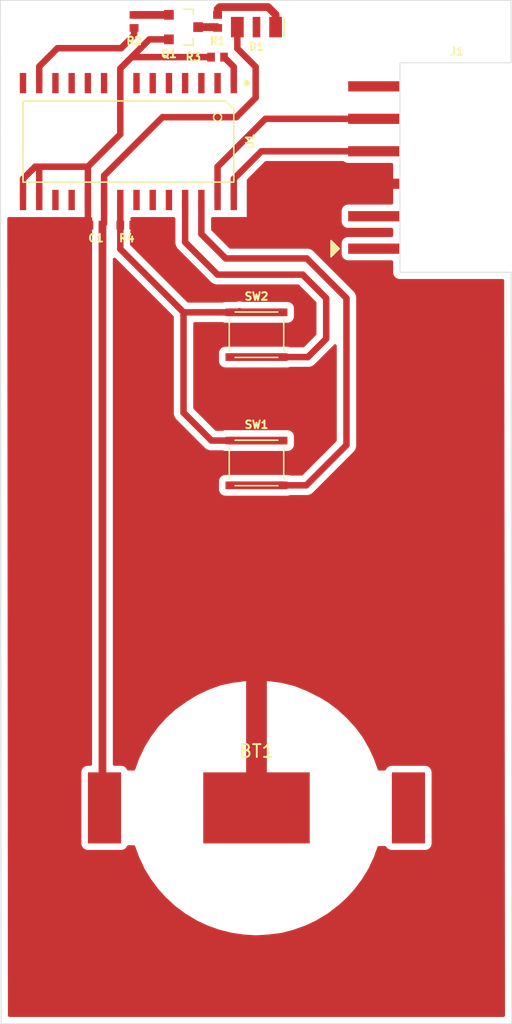
<source format=kicad_pcb>
(kicad_pcb (version 20171130) (host pcbnew "(5.1.8)-1")

  (general
    (thickness 1.6)
    (drawings 12)
    (tracks 77)
    (zones 0)
    (modules 12)
    (nets 30)
  )

  (page A4)
  (layers
    (0 F.Cu signal)
    (31 B.Cu signal)
    (32 B.Adhes user)
    (33 F.Adhes user)
    (34 B.Paste user)
    (35 F.Paste user)
    (36 B.SilkS user)
    (37 F.SilkS user)
    (38 B.Mask user)
    (39 F.Mask user)
    (40 Dwgs.User user)
    (41 Cmts.User user)
    (42 Eco1.User user)
    (43 Eco2.User user)
    (44 Edge.Cuts user)
    (45 Margin user)
    (46 B.CrtYd user)
    (47 F.CrtYd user)
    (48 B.Fab user hide)
    (49 F.Fab user hide)
  )

  (setup
    (last_trace_width 0.508)
    (user_trace_width 0.3048)
    (user_trace_width 0.4064)
    (user_trace_width 0.508)
    (user_trace_width 0.6096)
    (user_trace_width 0.8128)
    (trace_clearance 0.2)
    (zone_clearance 0.508)
    (zone_45_only no)
    (trace_min 0.2)
    (via_size 0.8)
    (via_drill 0.4)
    (via_min_size 0.4)
    (via_min_drill 0.3)
    (uvia_size 0.3)
    (uvia_drill 0.1)
    (uvias_allowed no)
    (uvia_min_size 0.2)
    (uvia_min_drill 0.1)
    (edge_width 0.05)
    (segment_width 0.2)
    (pcb_text_width 0.3)
    (pcb_text_size 1.5 1.5)
    (mod_edge_width 0.12)
    (mod_text_size 1 1)
    (mod_text_width 0.15)
    (pad_size 1.524 1.524)
    (pad_drill 0.762)
    (pad_to_mask_clearance 0)
    (aux_axis_origin 0 0)
    (visible_elements 7FFFFFFF)
    (pcbplotparams
      (layerselection 0x010fc_ffffffff)
      (usegerberextensions false)
      (usegerberattributes true)
      (usegerberadvancedattributes true)
      (creategerberjobfile true)
      (excludeedgelayer true)
      (linewidth 0.100000)
      (plotframeref false)
      (viasonmask false)
      (mode 1)
      (useauxorigin false)
      (hpglpennumber 1)
      (hpglpenspeed 20)
      (hpglpendiameter 15.000000)
      (psnegative false)
      (psa4output false)
      (plotreference true)
      (plotvalue true)
      (plotinvisibletext false)
      (padsonsilk false)
      (subtractmaskfromsilk false)
      (outputformat 4)
      (mirror false)
      (drillshape 0)
      (scaleselection 1)
      (outputdirectory ""))
  )

  (net 0 "")
  (net 1 "Net-(U1-Pad14)")
  (net 2 "Net-(U1-Pad12)")
  (net 3 "Net-(U1-Pad17)")
  (net 4 "Net-(U1-Pad11)")
  (net 5 "Net-(U1-Pad18)")
  (net 6 "Net-(U1-Pad10)")
  (net 7 GND)
  (net 8 "Net-(U1-Pad9)")
  (net 9 "Net-(U1-Pad7)")
  (net 10 "Net-(U1-Pad22)")
  (net 11 "Net-(U1-Pad6)")
  (net 12 "Net-(U1-Pad23)")
  (net 13 "Net-(U1-Pad5)")
  (net 14 "Net-(U1-Pad24)")
  (net 15 "Net-(U1-Pad4)")
  (net 16 "Net-(U1-Pad3)")
  (net 17 "Net-(D1-Pad1)")
  (net 18 "Net-(Q1-Pad3)")
  (net 19 "Net-(Q1-Pad1)")
  (net 20 "Net-(R2-Pad2)")
  (net 21 +3V)
  (net 22 /SW_ROW_1)
  (net 23 /SW_COL_0)
  (net 24 /SW_ROW_0)
  (net 25 "Net-(J1-Pad1)")
  (net 26 /MCLR)
  (net 27 /PGC)
  (net 28 /PGD)
  (net 29 "Net-(U1-Pad2)")

  (net_class Default "This is the default net class."
    (clearance 0.2)
    (trace_width 0.25)
    (via_dia 0.8)
    (via_drill 0.4)
    (uvia_dia 0.3)
    (uvia_drill 0.1)
    (add_net +3V)
    (add_net /MCLR)
    (add_net /PGC)
    (add_net /PGD)
    (add_net /SW_COL_0)
    (add_net /SW_ROW_0)
    (add_net /SW_ROW_1)
    (add_net GND)
    (add_net "Net-(D1-Pad1)")
    (add_net "Net-(J1-Pad1)")
    (add_net "Net-(Q1-Pad1)")
    (add_net "Net-(Q1-Pad3)")
    (add_net "Net-(R2-Pad2)")
    (add_net "Net-(U1-Pad10)")
    (add_net "Net-(U1-Pad11)")
    (add_net "Net-(U1-Pad12)")
    (add_net "Net-(U1-Pad14)")
    (add_net "Net-(U1-Pad17)")
    (add_net "Net-(U1-Pad18)")
    (add_net "Net-(U1-Pad2)")
    (add_net "Net-(U1-Pad22)")
    (add_net "Net-(U1-Pad23)")
    (add_net "Net-(U1-Pad24)")
    (add_net "Net-(U1-Pad3)")
    (add_net "Net-(U1-Pad4)")
    (add_net "Net-(U1-Pad5)")
    (add_net "Net-(U1-Pad6)")
    (add_net "Net-(U1-Pad7)")
    (add_net "Net-(U1-Pad9)")
  )

  (module Resistor:R_0402_1005Metric (layer F.Cu) (tedit 5FE2257E) (tstamp 60698941)
    (at 147.32 60.96 180)
    (path /606960CD)
    (fp_text reference R3 (at 1.905 0) (layer F.SilkS)
      (effects (font (size 0.6 0.6) (thickness 0.15)))
    )
    (fp_text value CRGCQ0402F10K (at 0 1.524) (layer F.Fab)
      (effects (font (size 1 1) (thickness 0.15)))
    )
    (fp_line (start 0.889 0.381) (end 0.889 -0.381) (layer F.CrtYd) (width 0.12))
    (fp_line (start 0.889 -0.381) (end -0.889 -0.381) (layer F.CrtYd) (width 0.12))
    (fp_line (start -0.889 -0.381) (end -0.889 0.381) (layer F.CrtYd) (width 0.12))
    (fp_line (start -0.889 0.381) (end 0.889 0.381) (layer F.CrtYd) (width 0.12))
    (pad 2 smd rect (at 0.508 0 180) (size 0.6 0.7) (layers F.Cu F.Paste F.Mask)
      (net 7 GND))
    (pad 1 smd rect (at -0.508 0 180) (size 0.6 0.7) (layers F.Cu F.Paste F.Mask)
      (net 26 /MCLR))
    (model ${KISYS3DMOD}/Resistor_SMD.3dshapes/R_0402_1005Metric.wrl
      (at (xyz 0 0 0))
      (scale (xyz 1 1 1))
      (rotate (xyz 0 0 0))
    )
  )

  (module Connector_Generic:Conn_1x06_Socket_Pitch2.54mm_sideways (layer F.Cu) (tedit 60686F7C) (tstamp 60698861)
    (at 166.0525 69.596 270)
    (path /6068768D)
    (fp_text reference J1 (at -9.0805 0 180) (layer F.SilkS)
      (effects (font (size 0.6 0.6) (thickness 0.15)))
    )
    (fp_text value Conn_1x06_Generic (at 0 11.7856 90) (layer F.Fab)
      (effects (font (size 1 1) (thickness 0.15)))
    )
    (fp_line (start -8 -4.25) (end 8 -4.25) (layer F.CrtYd) (width 0.12))
    (fp_line (start -8 4.25) (end 8 4.25) (layer F.CrtYd) (width 0.12))
    (fp_line (start -8 -4.25) (end -8 4.25) (layer F.CrtYd) (width 0.12))
    (fp_line (start 8 -4.25) (end 8 4.25) (layer F.CrtYd) (width 0.12))
    (pad 6 smd rect (at 6.35 6.5024 270) (size 0.8 4) (layers F.Cu F.Paste F.Mask)
      (net 26 /MCLR))
    (pad 5 smd rect (at 3.81 6.5024 270) (size 0.8 4) (layers F.Cu F.Paste F.Mask)
      (net 21 +3V))
    (pad 4 smd rect (at 1.27 6.5024 270) (size 0.8 4) (layers F.Cu F.Paste F.Mask)
      (net 7 GND))
    (pad 1 smd rect (at -6.35 6.5024 270) (size 0.8 4) (layers F.Cu F.Paste F.Mask)
      (net 25 "Net-(J1-Pad1)"))
    (pad 2 smd rect (at -3.81 6.5024 270) (size 0.8 4) (layers F.Cu F.Paste F.Mask)
      (net 27 /PGC))
    (pad 3 smd rect (at -1.27 6.5024 270) (size 0.8 4) (layers F.Cu F.Paste F.Mask)
      (net 28 /PGD))
    (model ${KIPRJMOD}/../../library/package3d/Connector_Generic.3dshapes/Conn_1x06_Socket_Pitch2.54mm_sideways.wrl
      (at (xyz 0 0 0))
      (scale (xyz 0.3937007874015748 0.3937007874015748 0.3937007874015748))
      (rotate (xyz 0 0 0))
    )
  )

  (module Resistor:R_0402_1005Metric (layer F.Cu) (tedit 5FE2257E) (tstamp 60698842)
    (at 140.208 74.1045)
    (path /6069684D)
    (fp_text reference R4 (at 0 1.016) (layer F.SilkS)
      (effects (font (size 0.6 0.6) (thickness 0.15)))
    )
    (fp_text value CRGCQ0402F10K (at 0 1.524) (layer F.Fab)
      (effects (font (size 1 1) (thickness 0.15)))
    )
    (fp_line (start -0.889 0.381) (end 0.889 0.381) (layer F.CrtYd) (width 0.12))
    (fp_line (start -0.889 -0.381) (end -0.889 0.381) (layer F.CrtYd) (width 0.12))
    (fp_line (start 0.889 -0.381) (end -0.889 -0.381) (layer F.CrtYd) (width 0.12))
    (fp_line (start 0.889 0.381) (end 0.889 -0.381) (layer F.CrtYd) (width 0.12))
    (pad 2 smd rect (at 0.508 0) (size 0.6 0.7) (layers F.Cu F.Paste F.Mask)
      (net 7 GND))
    (pad 1 smd rect (at -0.508 0) (size 0.6 0.7) (layers F.Cu F.Paste F.Mask)
      (net 23 /SW_COL_0))
    (model ${KISYS3DMOD}/Resistor_SMD.3dshapes/R_0402_1005Metric.wrl
      (at (xyz 0 0 0))
      (scale (xyz 1 1 1))
      (rotate (xyz 0 0 0))
    )
  )

  (module Switches:MCSLPT4644B1TR (layer F.Cu) (tedit 60684CB1) (tstamp 606988D2)
    (at 150.368 82.677)
    (path /6068E3F1)
    (fp_text reference SW2 (at 0 -2.9972) (layer F.SilkS)
      (effects (font (size 0.6 0.6) (thickness 0.15)))
    )
    (fp_text value MCSLPT4644B1TR (at 0 3.2004) (layer F.Fab)
      (effects (font (size 1 1) (thickness 0.15)))
    )
    (fp_line (start 2.1336 -1.3208) (end 2.1336 1.3208) (layer F.SilkS) (width 0.12))
    (fp_line (start -1.6764 1.778) (end 1.6764 1.778) (layer F.SilkS) (width 0.12))
    (fp_line (start -2.1336 -1.3208) (end -2.1336 1.3208) (layer F.SilkS) (width 0.12))
    (fp_line (start -1.6764 -1.778) (end 1.6764 -1.778) (layer F.SilkS) (width 0.12))
    (fp_line (start -2.4892 2.1336) (end -2.4892 -2.1336) (layer F.CrtYd) (width 0.12))
    (fp_line (start 2.4892 2.1336) (end -2.4892 2.1336) (layer F.CrtYd) (width 0.12))
    (fp_line (start 2.4892 -2.1336) (end 2.4892 2.1336) (layer F.CrtYd) (width 0.12))
    (fp_line (start -2.4892 -2.1336) (end 2.4892 -2.1336) (layer F.CrtYd) (width 0.12))
    (pad 2 smd rect (at 2.125 1.75) (size 0.6 0.6) (layers F.Cu F.Paste F.Mask)
      (net 24 /SW_ROW_0))
    (pad 2 smd rect (at -2.125 1.75) (size 0.6 0.6) (layers F.Cu F.Paste F.Mask)
      (net 24 /SW_ROW_0))
    (pad 1 smd rect (at 2.125 -1.75) (size 0.6 0.6) (layers F.Cu F.Paste F.Mask)
      (net 23 /SW_COL_0))
    (pad 1 smd rect (at -2.125 -1.75) (size 0.6 0.6) (layers F.Cu F.Paste F.Mask)
      (net 23 /SW_COL_0))
    (model ${KIPRJMOD}/../../library/package3d-third_party/Switches.3dshapes/c-2337234-2-a-3d.stp
      (at (xyz 0 0 0))
      (scale (xyz 1 1 1))
      (rotate (xyz 180 0 0))
    )
  )

  (module Switches:MCSLPT4644B1TR (layer F.Cu) (tedit 60684CB1) (tstamp 606988A5)
    (at 150.368 92.71)
    (path /6068B9D5)
    (fp_text reference SW1 (at 0 -2.9972) (layer F.SilkS)
      (effects (font (size 0.6 0.6) (thickness 0.15)))
    )
    (fp_text value MCSLPT4644B1TR (at 0 3.2004) (layer F.Fab)
      (effects (font (size 1 1) (thickness 0.15)))
    )
    (fp_line (start 2.1336 -1.3208) (end 2.1336 1.3208) (layer F.SilkS) (width 0.12))
    (fp_line (start -1.6764 1.778) (end 1.6764 1.778) (layer F.SilkS) (width 0.12))
    (fp_line (start -2.1336 -1.3208) (end -2.1336 1.3208) (layer F.SilkS) (width 0.12))
    (fp_line (start -1.6764 -1.778) (end 1.6764 -1.778) (layer F.SilkS) (width 0.12))
    (fp_line (start -2.4892 2.1336) (end -2.4892 -2.1336) (layer F.CrtYd) (width 0.12))
    (fp_line (start 2.4892 2.1336) (end -2.4892 2.1336) (layer F.CrtYd) (width 0.12))
    (fp_line (start 2.4892 -2.1336) (end 2.4892 2.1336) (layer F.CrtYd) (width 0.12))
    (fp_line (start -2.4892 -2.1336) (end 2.4892 -2.1336) (layer F.CrtYd) (width 0.12))
    (pad 2 smd rect (at 2.125 1.75) (size 0.6 0.6) (layers F.Cu F.Paste F.Mask)
      (net 22 /SW_ROW_1))
    (pad 2 smd rect (at -2.125 1.75) (size 0.6 0.6) (layers F.Cu F.Paste F.Mask)
      (net 22 /SW_ROW_1))
    (pad 1 smd rect (at 2.125 -1.75) (size 0.6 0.6) (layers F.Cu F.Paste F.Mask)
      (net 23 /SW_COL_0))
    (pad 1 smd rect (at -2.125 -1.75) (size 0.6 0.6) (layers F.Cu F.Paste F.Mask)
      (net 23 /SW_COL_0))
    (model ${KIPRJMOD}/../../library/package3d-third_party/Switches.3dshapes/c-2337234-2-a-3d.stp
      (at (xyz 0 0 0))
      (scale (xyz 1 1 1))
      (rotate (xyz 180 0 0))
    )
  )

  (module Resistor:R_0402_1005Metric (layer F.Cu) (tedit 5FE2257E) (tstamp 60698884)
    (at 140.7795 58.166 270)
    (path /60036624)
    (fp_text reference R2 (at 1.524 0) (layer F.SilkS)
      (effects (font (size 0.6 0.6) (thickness 0.15)))
    )
    (fp_text value 2.7k (at 0 1.524 270) (layer F.Fab)
      (effects (font (size 1 1) (thickness 0.15)))
    )
    (fp_line (start -0.889 0.381) (end 0.889 0.381) (layer F.CrtYd) (width 0.12))
    (fp_line (start -0.889 -0.381) (end -0.889 0.381) (layer F.CrtYd) (width 0.12))
    (fp_line (start 0.889 -0.381) (end -0.889 -0.381) (layer F.CrtYd) (width 0.12))
    (fp_line (start 0.889 0.381) (end 0.889 -0.381) (layer F.CrtYd) (width 0.12))
    (pad 2 smd rect (at 0.508 0 270) (size 0.6 0.7) (layers F.Cu F.Paste F.Mask)
      (net 20 "Net-(R2-Pad2)"))
    (pad 1 smd rect (at -0.508 0 270) (size 0.6 0.7) (layers F.Cu F.Paste F.Mask)
      (net 19 "Net-(Q1-Pad1)"))
    (model ${KISYS3DMOD}/Resistor_SMD.3dshapes/R_0402_1005Metric.wrl
      (at (xyz 0 0 0))
      (scale (xyz 1 1 1))
      (rotate (xyz 0 0 0))
    )
  )

  (module Resistor:R_0402_1005Metric (layer F.Cu) (tedit 5FE2257E) (tstamp 60698A40)
    (at 147.32 58.166 90)
    (path /5FE58D04)
    (fp_text reference R1 (at -1.524 0 180) (layer F.SilkS)
      (effects (font (size 0.6 0.6) (thickness 0.15)))
    )
    (fp_text value 15 (at 0 1.524 90) (layer F.Fab)
      (effects (font (size 1 1) (thickness 0.15)))
    )
    (fp_line (start -0.889 0.381) (end 0.889 0.381) (layer F.CrtYd) (width 0.12))
    (fp_line (start -0.889 -0.381) (end -0.889 0.381) (layer F.CrtYd) (width 0.12))
    (fp_line (start 0.889 -0.381) (end -0.889 -0.381) (layer F.CrtYd) (width 0.12))
    (fp_line (start 0.889 0.381) (end 0.889 -0.381) (layer F.CrtYd) (width 0.12))
    (pad 2 smd rect (at 0.508 0 90) (size 0.6 0.7) (layers F.Cu F.Paste F.Mask)
      (net 17 "Net-(D1-Pad1)"))
    (pad 1 smd rect (at -0.508 0 90) (size 0.6 0.7) (layers F.Cu F.Paste F.Mask)
      (net 18 "Net-(Q1-Pad3)"))
    (model ${KISYS3DMOD}/Resistor_SMD.3dshapes/R_0402_1005Metric.wrl
      (at (xyz 0 0 0))
      (scale (xyz 1 1 1))
      (rotate (xyz 0 0 0))
    )
  )

  (module Package_TO_SOT:SOT-23 (layer F.Cu) (tedit 5FE21C51) (tstamp 60698A1B)
    (at 144.653 58.6105)
    (path /5FE4DCB4)
    (fp_text reference Q1 (at -1.143 2.0955 180) (layer F.SilkS)
      (effects (font (size 0.6 0.6) (thickness 0.15)))
    )
    (fp_text value MMBT3904LT1G (at 1.27 2.54 180) (layer F.Fab)
      (effects (font (size 1 1) (thickness 0.15)))
    )
    (fp_line (start 0.762 1.397) (end 0.762 0.889) (layer F.SilkS) (width 0.12))
    (fp_line (start 0 1.397) (end 0.762 1.397) (layer F.SilkS) (width 0.12))
    (fp_line (start 0.762 -1.397) (end 0 -1.397) (layer F.SilkS) (width 0.12))
    (fp_line (start 0.762 -1.016) (end 0.762 -1.397) (layer F.SilkS) (width 0.12))
    (fp_line (start -1.778 -1.524) (end -1.778 1.524) (layer F.CrtYd) (width 0.05))
    (fp_line (start -1.778 1.524) (end 1.778 1.524) (layer F.CrtYd) (width 0.05))
    (fp_line (start 1.778 1.524) (end 1.778 -1.524) (layer F.CrtYd) (width 0.05))
    (fp_line (start 1.778 -1.524) (end -1.778 -1.524) (layer F.CrtYd) (width 0.05))
    (pad 3 smd rect (at 1.145 0 270) (size 0.76 0.76) (layers F.Cu F.Paste F.Mask)
      (net 18 "Net-(Q1-Pad3)"))
    (pad 2 smd rect (at -1.145 0.96 90) (size 0.76 0.76) (layers F.Cu F.Paste F.Mask)
      (net 7 GND))
    (pad 1 smd rect (at -1.145 -0.96 90) (size 0.76 0.76) (layers F.Cu F.Paste F.Mask)
      (net 19 "Net-(Q1-Pad1)"))
    (model ${KISYS3DMOD}/Package_TO_SOT_SMD.3dshapes/SOT-23.wrl
      (at (xyz 0 0 0))
      (scale (xyz 1 1 1))
      (rotate (xyz 0 0 0))
    )
  )

  (module LED:IN-S126ESGHIR (layer F.Cu) (tedit 600CAD70) (tstamp 6069895E)
    (at 150.368 58.6105 180)
    (path /60035D25)
    (fp_text reference D1 (at 0 -1.524) (layer F.SilkS)
      (effects (font (size 0.6 0.6) (thickness 0.15)))
    )
    (fp_text value IN-S126ESGHIR (at 0 2.794) (layer F.Fab)
      (effects (font (size 1 1) (thickness 0.15)))
    )
    (fp_line (start -2.159 0.762) (end -2.159 -0.762) (layer F.SilkS) (width 0.12))
    (fp_line (start -2.159 2.032) (end 2.159 2.032) (layer F.CrtYd) (width 0.12))
    (fp_line (start 2.159 2.032) (end 2.159 -0.889) (layer F.CrtYd) (width 0.12))
    (fp_line (start 2.159 -0.889) (end -2.159 -0.889) (layer F.CrtYd) (width 0.12))
    (fp_line (start -2.159 -0.889) (end -2.159 2.032) (layer F.CrtYd) (width 0.12))
    (pad "" smd rect (at 0 0 180) (size 0.6 1.6) (layers F.Cu F.Paste F.Mask))
    (pad 2 smd rect (at 1.5 0 180) (size 1 1.6) (layers F.Cu F.Paste F.Mask)
      (net 21 +3V))
    (pad 1 smd rect (at -1.5 0 180) (size 1 1.6) (layers F.Cu F.Paste F.Mask)
      (net 17 "Net-(D1-Pad1)"))
    (model ${KIPRJMOD}/../../library/package3d/LED.3dshapes/IN-S126ESGHIR.wrl
      (at (xyz 0 0 0))
      (scale (xyz 0.3937007874015748 0.3937007874015748 0.3937007874015748))
      (rotate (xyz 0 0 0))
    )
  )

  (module Capacitor_Ceramic:C_0402_1005Metric (layer F.Cu) (tedit 5FE2257E) (tstamp 606989FB)
    (at 137.795 74.1045)
    (path /5FE20484)
    (fp_text reference C1 (at 0 1.016 180) (layer F.SilkS)
      (effects (font (size 0.6 0.6) (thickness 0.15)))
    )
    (fp_text value 0.1uF (at 0 1.524 180) (layer F.Fab)
      (effects (font (size 1 1) (thickness 0.15)))
    )
    (fp_line (start -0.889 0.381) (end 0.889 0.381) (layer F.CrtYd) (width 0.12))
    (fp_line (start -0.889 -0.381) (end -0.889 0.381) (layer F.CrtYd) (width 0.12))
    (fp_line (start 0.889 -0.381) (end -0.889 -0.381) (layer F.CrtYd) (width 0.12))
    (fp_line (start 0.889 0.381) (end 0.889 -0.381) (layer F.CrtYd) (width 0.12))
    (pad 2 smd rect (at 0.508 0) (size 0.6 0.7) (layers F.Cu F.Paste F.Mask)
      (net 21 +3V))
    (pad 1 smd rect (at -0.508 0) (size 0.6 0.7) (layers F.Cu F.Paste F.Mask)
      (net 7 GND))
    (model ${KISYS3DMOD}/Capacitor_SMD.3dshapes/C_0402_1005Metric.wrl
      (at (xyz 0 0 0))
      (scale (xyz 1 1 1))
      (rotate (xyz 0 0 0))
    )
  )

  (module Connector_Battery:BC-2003 (layer F.Cu) (tedit 6002FDA6) (tstamp 6069891A)
    (at 150.368 119.6975)
    (path /60036241)
    (fp_text reference BT1 (at 0 -4.445) (layer F.SilkS)
      (effects (font (size 1 1) (thickness 0.15)))
    )
    (fp_text value BC-2003 (at 0 3.556) (layer F.Fab)
      (effects (font (size 1 1) (thickness 0.15)))
    )
    (fp_line (start 13.335 2.921) (end 9.524997 2.921) (layer F.CrtYd) (width 0.12))
    (fp_line (start 13.335 -2.921) (end 9.524999 -2.920999) (layer F.CrtYd) (width 0.12))
    (fp_line (start -13.335 2.921) (end -9.524999 2.920999) (layer F.CrtYd) (width 0.12))
    (fp_line (start -13.335 -2.921) (end -9.524999 -2.921) (layer F.CrtYd) (width 0.12))
    (fp_line (start 13.335 2.921) (end 13.335 -2.921) (layer F.CrtYd) (width 0.12))
    (fp_line (start -13.335 2.921) (end -13.335 -2.921) (layer F.CrtYd) (width 0.12))
    (fp_circle (center 0 0) (end 10 0) (layer F.Fab) (width 0.12))
    (fp_arc (start 0 0) (end -9.524998 2.920998) (angle -145.9019419) (layer F.CrtYd) (width 0.12))
    (fp_arc (start 0 0) (end 9.524999 -2.920999) (angle -145.9019381) (layer F.CrtYd) (width 0.12))
    (pad 1 smd rect (at 11.905 0) (size 2.6 5.56) (layers F.Cu F.Paste F.Mask)
      (net 21 +3V))
    (pad 2 smd rect (at 0 0) (size 8.34 5.56) (layers F.Cu F.Paste F.Mask)
      (net 7 GND))
    (pad 1 smd rect (at -11.905 0) (size 2.6 5.56) (layers F.Cu F.Paste F.Mask)
      (net 21 +3V))
    (model ${KIPRJMOD}/../../library/package3d/Connector_Battery.3dshapes/BC-2003.wrl
      (at (xyz 0 0 0))
      (scale (xyz 0.3937007874015748 0.3937007874015748 0.3937007874015748))
      (rotate (xyz 0 0 0))
    )
  )

  (module Package_SO:SOIC-28_Width7.50mm_Pitch1.27mm (layer F.Cu) (tedit 5FE20D1A) (tstamp 6069899E)
    (at 140.335 67.564 270)
    (path /6002E7CC)
    (attr smd)
    (fp_text reference U1 (at 0 -9.525 90) (layer F.SilkS)
      (effects (font (size 0.6 0.6) (thickness 0.15)))
    )
    (fp_text value PIC18LF2550-ISO (at 0 0 180) (layer F.Fab)
      (effects (font (size 1 1) (thickness 0.15)))
    )
    (fp_line (start 3.175 -8.255) (end 3.175 8.255) (layer F.SilkS) (width 0.12))
    (fp_line (start 3.175 8.255) (end -3.175 8.255) (layer F.SilkS) (width 0.12))
    (fp_line (start -3.175 8.255) (end -3.175 -7.62) (layer F.SilkS) (width 0.12))
    (fp_line (start 5.65 -8.76) (end 5.65 8.76) (layer F.CrtYd) (width 0.05))
    (fp_line (start 5.65 8.76) (end -5.65 8.76) (layer F.CrtYd) (width 0.05))
    (fp_line (start -5.65 8.76) (end -5.65 -8.76) (layer F.CrtYd) (width 0.05))
    (fp_line (start -5.65 -8.76) (end 5.65 -8.76) (layer F.CrtYd) (width 0.05))
    (fp_line (start -2.54 -8.255) (end -3.175 -7.62) (layer F.SilkS) (width 0.12))
    (fp_line (start 3.175 -8.255) (end -2.54 -8.255) (layer F.SilkS) (width 0.12))
    (fp_circle (center -1.905 -6.985) (end -1.905 -6.6675) (layer F.SilkS) (width 0.12))
    (fp_circle (center -4.572 -9.271) (end -4.572 -9.144) (layer F.SilkS) (width 0.254))
    (pad 14 smd rect (at -4.572 8.255 180) (size 0.5 1.5875) (layers F.Cu F.Paste F.Mask)
      (net 1 "Net-(U1-Pad14)"))
    (pad 15 smd rect (at 4.572 8.255 180) (size 0.5 1.5875) (layers F.Cu F.Paste F.Mask)
      (net 7 GND))
    (pad 13 smd rect (at -4.572 6.985 180) (size 0.5 1.5875) (layers F.Cu F.Paste F.Mask)
      (net 20 "Net-(R2-Pad2)"))
    (pad 16 smd rect (at 4.572 6.985 180) (size 0.5 1.5875) (layers F.Cu F.Paste F.Mask)
      (net 7 GND))
    (pad 12 smd rect (at -4.572 5.715 180) (size 0.5 1.5875) (layers F.Cu F.Paste F.Mask)
      (net 2 "Net-(U1-Pad12)"))
    (pad 17 smd rect (at 4.572 5.715 180) (size 0.5 1.5875) (layers F.Cu F.Paste F.Mask)
      (net 3 "Net-(U1-Pad17)"))
    (pad 11 smd rect (at -4.572 4.445 180) (size 0.5 1.5875) (layers F.Cu F.Paste F.Mask)
      (net 4 "Net-(U1-Pad11)"))
    (pad 18 smd rect (at 4.572 4.445 180) (size 0.5 1.5875) (layers F.Cu F.Paste F.Mask)
      (net 5 "Net-(U1-Pad18)"))
    (pad 10 smd rect (at -4.572 3.175 180) (size 0.5 1.5875) (layers F.Cu F.Paste F.Mask)
      (net 6 "Net-(U1-Pad10)"))
    (pad 19 smd rect (at 4.572 3.175 180) (size 0.5 1.5875) (layers F.Cu F.Paste F.Mask)
      (net 7 GND))
    (pad 9 smd rect (at -4.572 1.905 180) (size 0.5 1.5875) (layers F.Cu F.Paste F.Mask)
      (net 8 "Net-(U1-Pad9)"))
    (pad 20 smd rect (at 4.572 1.905 180) (size 0.5 1.5875) (layers F.Cu F.Paste F.Mask)
      (net 21 +3V))
    (pad 8 smd rect (at -4.572 0.635 180) (size 0.5 1.5875) (layers F.Cu F.Paste F.Mask)
      (net 7 GND))
    (pad 21 smd rect (at 4.572 0.635 180) (size 0.5 1.5875) (layers F.Cu F.Paste F.Mask)
      (net 23 /SW_COL_0))
    (pad 7 smd rect (at -4.572 -0.635 180) (size 0.5 1.5875) (layers F.Cu F.Paste F.Mask)
      (net 9 "Net-(U1-Pad7)"))
    (pad 22 smd rect (at 4.572 -0.635 180) (size 0.5 1.5875) (layers F.Cu F.Paste F.Mask)
      (net 10 "Net-(U1-Pad22)"))
    (pad 6 smd rect (at -4.572 -1.905 180) (size 0.5 1.5875) (layers F.Cu F.Paste F.Mask)
      (net 11 "Net-(U1-Pad6)"))
    (pad 23 smd rect (at 4.572 -1.905 180) (size 0.5 1.5875) (layers F.Cu F.Paste F.Mask)
      (net 12 "Net-(U1-Pad23)"))
    (pad 5 smd rect (at -4.572 -3.175 180) (size 0.5 1.5875) (layers F.Cu F.Paste F.Mask)
      (net 13 "Net-(U1-Pad5)"))
    (pad 24 smd rect (at 4.572 -3.175 180) (size 0.5 1.5875) (layers F.Cu F.Paste F.Mask)
      (net 14 "Net-(U1-Pad24)"))
    (pad 4 smd rect (at -4.572 -4.445 180) (size 0.5 1.5875) (layers F.Cu F.Paste F.Mask)
      (net 15 "Net-(U1-Pad4)"))
    (pad 25 smd rect (at 4.572 -4.445 180) (size 0.5 1.5875) (layers F.Cu F.Paste F.Mask)
      (net 24 /SW_ROW_0))
    (pad 3 smd rect (at -4.572 -5.715 180) (size 0.5 1.5875) (layers F.Cu F.Paste F.Mask)
      (net 16 "Net-(U1-Pad3)"))
    (pad 26 smd rect (at 4.572 -5.715 180) (size 0.5 1.5875) (layers F.Cu F.Paste F.Mask)
      (net 22 /SW_ROW_1))
    (pad 2 smd rect (at -4.572 -6.985 180) (size 0.5 1.5875) (layers F.Cu F.Paste F.Mask)
      (net 29 "Net-(U1-Pad2)"))
    (pad 27 smd rect (at 4.572 -6.985 180) (size 0.5 1.5875) (layers F.Cu F.Paste F.Mask)
      (net 27 /PGC))
    (pad 1 smd rect (at -4.572 -8.255 180) (size 0.5 1.5875) (layers F.Cu F.Paste F.Mask)
      (net 26 /MCLR))
    (pad 28 smd rect (at 4.572 -8.255 180) (size 0.5 1.5875) (layers F.Cu F.Paste F.Mask)
      (net 28 /PGD))
    (model ${KISYS3DMOD}/Package_SO.3dshapes/SOIC-28W_7.5x17.9mm_P1.27mm.wrl
      (at (xyz 0 0 0))
      (scale (xyz 1 1 1))
      (rotate (xyz 0 0 0))
    )
  )

  (gr_poly (pts (xy 156.845 75.946) (xy 156.21 76.581) (xy 156.21 75.311)) (layer F.SilkS) (width 0.1) (tstamp 60698B37))
  (gr_line (start 156.21 76.581) (end 156.845 75.946) (layer F.SilkS) (width 0.12) (tstamp 60698B3A))
  (gr_line (start 156.21 75.311) (end 156.21 76.581) (layer F.SilkS) (width 0.12) (tstamp 60698B3D))
  (gr_line (start 156.845 75.946) (end 156.21 75.311) (layer F.SilkS) (width 0.12) (tstamp 60698B31))
  (gr_line (start 170.307 77.7875) (end 170.3705 136.5885) (layer Edge.Cuts) (width 0.05) (tstamp 60698B34))
  (gr_line (start 170.307 56.515) (end 170.307 61.4045) (layer Edge.Cuts) (width 0.05) (tstamp 60698B2B))
  (gr_line (start 161.6075 77.7875) (end 170.307 77.7875) (layer Edge.Cuts) (width 0.05) (tstamp 60698B2E))
  (gr_line (start 161.6075 61.4045) (end 161.6075 77.7875) (layer Edge.Cuts) (width 0.05) (tstamp 60698B40))
  (gr_line (start 170.307 61.4045) (end 161.6075 61.4045) (layer Edge.Cuts) (width 0.05) (tstamp 606988F4))
  (gr_line (start 130.3655 136.5885) (end 170.3705 136.5885) (layer Edge.Cuts) (width 0.05) (tstamp 606988F7))
  (gr_line (start 130.302 56.515) (end 170.307 56.515) (layer Edge.Cuts) (width 0.05) (tstamp 606988F1))
  (gr_line (start 130.3655 136.5885) (end 130.302 56.515) (layer Edge.Cuts) (width 0.05) (tstamp 606988FA))

  (segment (start 150.368 119.6975) (end 150.368 109.22) (width 1.6256) (layer F.Cu) (net 7) (tstamp 60698A6E))
  (segment (start 137.16 73.9775) (end 137.287 74.1045) (width 0.508) (layer F.Cu) (net 7) (tstamp 60698A77))
  (segment (start 137.16 72.136) (end 137.16 73.9775) (width 0.508) (layer F.Cu) (net 7) (tstamp 60698A74))
  (segment (start 137.16 72.136) (end 137.16 69.5325) (width 0.508) (layer F.Cu) (net 7) (tstamp 60698A71))
  (segment (start 139.7 66.9925) (end 139.7 62.992) (width 0.508) (layer F.Cu) (net 7) (tstamp 60698A6B))
  (segment (start 137.16 69.5325) (end 139.7 66.9925) (width 0.508) (layer F.Cu) (net 7) (tstamp 60698A92))
  (segment (start 140.589 60.96) (end 146.812 60.96) (width 0.508) (layer F.Cu) (net 7) (tstamp 60698A56))
  (segment (start 139.7 61.849) (end 140.589 60.96) (width 0.508) (layer F.Cu) (net 7) (tstamp 60698A5C))
  (segment (start 139.7 62.992) (end 139.7 61.849) (width 0.508) (layer F.Cu) (net 7) (tstamp 60698A53))
  (segment (start 141.9785 59.5705) (end 140.589 60.96) (width 0.508) (layer F.Cu) (net 7) (tstamp 60698A5F))
  (segment (start 143.508 59.5705) (end 141.9785 59.5705) (width 0.508) (layer F.Cu) (net 7) (tstamp 60698A59))
  (segment (start 132.08 72.136) (end 132.08 70.485) (width 0.508) (layer F.Cu) (net 7) (tstamp 60698903))
  (segment (start 132.08 70.485) (end 133.0325 69.5325) (width 0.508) (layer F.Cu) (net 7) (tstamp 60698900))
  (segment (start 133.35 69.596) (end 133.4135 69.5325) (width 0.508) (layer F.Cu) (net 7) (tstamp 606988FD))
  (segment (start 133.35 72.136) (end 133.35 69.596) (width 0.508) (layer F.Cu) (net 7) (tstamp 60698909))
  (segment (start 133.4135 69.5325) (end 137.16 69.5325) (width 0.508) (layer F.Cu) (net 7) (tstamp 60698906))
  (segment (start 133.0325 69.5325) (end 133.4135 69.5325) (width 0.508) (layer F.Cu) (net 7) (tstamp 60698A65))
  (segment (start 151.868 57.634) (end 151.868 58.6105) (width 0.6096) (layer F.Cu) (net 17) (tstamp 60698AB6))
  (segment (start 151.27881 57.04481) (end 151.868 57.634) (width 0.6096) (layer F.Cu) (net 17) (tstamp 60698A95))
  (segment (start 147.48869 57.04481) (end 151.27881 57.04481) (width 0.6096) (layer F.Cu) (net 17) (tstamp 60698B1C))
  (segment (start 147.32 57.2135) (end 147.48869 57.04481) (width 0.6096) (layer F.Cu) (net 17) (tstamp 60698B10))
  (segment (start 147.32 57.658) (end 147.32 57.2135) (width 0.6096) (layer F.Cu) (net 17) (tstamp 60698B04))
  (segment (start 147.2565 58.6105) (end 147.32 58.674) (width 0.6096) (layer F.Cu) (net 18) (tstamp 60698B01))
  (segment (start 145.798 58.6105) (end 147.2565 58.6105) (width 0.6096) (layer F.Cu) (net 18) (tstamp 60698B1F))
  (segment (start 143.5005 57.658) (end 143.508 57.6505) (width 0.6096) (layer F.Cu) (net 19) (tstamp 60698ADD))
  (segment (start 140.7795 57.658) (end 143.5005 57.658) (width 0.6096) (layer F.Cu) (net 19) (tstamp 60698B13))
  (segment (start 133.35 61.69025) (end 134.77875 60.2615) (width 0.508) (layer F.Cu) (net 20) (tstamp 60698AB9))
  (segment (start 133.35 62.992) (end 133.35 61.69025) (width 0.508) (layer F.Cu) (net 20) (tstamp 60698A9B))
  (segment (start 134.77875 60.2615) (end 139.7635 60.2615) (width 0.508) (layer F.Cu) (net 20) (tstamp 60698AE3))
  (segment (start 140.7795 59.2455) (end 140.7795 58.674) (width 0.508) (layer F.Cu) (net 20) (tstamp 60698AAD))
  (segment (start 139.7635 60.2615) (end 140.7795 59.2455) (width 0.508) (layer F.Cu) (net 20) (tstamp 60698AD7))
  (segment (start 138.43 73.9775) (end 138.303 74.1045) (width 0.508) (layer F.Cu) (net 21) (tstamp 60698ADA))
  (segment (start 138.43 72.136) (end 138.43 73.9775) (width 0.508) (layer F.Cu) (net 21) (tstamp 60698AF8))
  (segment (start 138.303 119.5375) (end 138.463 119.6975) (width 0.6096) (layer F.Cu) (net 21) (tstamp 60698B07))
  (segment (start 138.303 74.1045) (end 138.303 119.5375) (width 0.6096) (layer F.Cu) (net 21) (tstamp 60698ABF))
  (segment (start 148.868 60.2855) (end 148.868 58.6105) (width 0.508) (layer F.Cu) (net 21) (tstamp 60698AFB))
  (segment (start 150.3045 61.722) (end 148.868 60.2855) (width 0.508) (layer F.Cu) (net 21) (tstamp 60698B0A))
  (segment (start 150.3045 64.135) (end 150.3045 61.722) (width 0.508) (layer F.Cu) (net 21) (tstamp 60698AF5))
  (segment (start 143.002 65.659) (end 148.7805 65.659) (width 0.508) (layer F.Cu) (net 21) (tstamp 60698AB0))
  (segment (start 148.7805 65.659) (end 150.3045 64.135) (width 0.508) (layer F.Cu) (net 21) (tstamp 60698AFE))
  (segment (start 138.43 70.231) (end 143.002 65.659) (width 0.508) (layer F.Cu) (net 21) (tstamp 60698B28))
  (segment (start 138.43 72.136) (end 138.43 70.231) (width 0.508) (layer F.Cu) (net 21) (tstamp 60698AD1))
  (segment (start 148.243 94.46) (end 152.493 94.46) (width 0.6096) (layer F.Cu) (net 22) (tstamp 60698B0D))
  (segment (start 154.305 76.708) (end 157.4165 79.8195) (width 0.508) (layer F.Cu) (net 22) (tstamp 60698AC5))
  (segment (start 147.955 76.708) (end 154.305 76.708) (width 0.508) (layer F.Cu) (net 22) (tstamp 60698AD4))
  (segment (start 146.05 72.136) (end 146.05 74.803) (width 0.508) (layer F.Cu) (net 22) (tstamp 60698AB3))
  (segment (start 146.05 74.803) (end 147.955 76.708) (width 0.508) (layer F.Cu) (net 22) (tstamp 60698AAA))
  (segment (start 157.4165 79.8195) (end 157.4165 91.313) (width 0.508) (layer F.Cu) (net 22) (tstamp 60698B25))
  (segment (start 157.4165 91.313) (end 154.2695 94.46) (width 0.508) (layer F.Cu) (net 22) (tstamp 60698AEC))
  (segment (start 154.2695 94.46) (end 152.493 94.46) (width 0.508) (layer F.Cu) (net 22) (tstamp 60698A98))
  (segment (start 148.243 90.96) (end 152.493 90.96) (width 0.6096) (layer F.Cu) (net 23) (tstamp 60698AF2))
  (segment (start 148.243 90.96) (end 146.84 90.96) (width 0.508) (layer F.Cu) (net 23) (tstamp 60698AA7))
  (segment (start 146.84 90.96) (end 144.653 88.773) (width 0.508) (layer F.Cu) (net 23) (tstamp 60698B22))
  (segment (start 148.943 80.927) (end 149.0345 80.8355) (width 0.508) (layer F.Cu) (net 23) (tstamp 60698AA4))
  (segment (start 148.243 80.927) (end 148.943 80.927) (width 0.6096) (layer F.Cu) (net 23) (tstamp 60698B19))
  (segment (start 148.943 80.927) (end 152.493 80.927) (width 0.6096) (layer F.Cu) (net 23) (tstamp 60698AEF))
  (segment (start 148.243 80.927) (end 144.653 80.927) (width 0.508) (layer F.Cu) (net 23) (tstamp 60698AE9))
  (segment (start 144.653 88.773) (end 144.653 80.927) (width 0.508) (layer F.Cu) (net 23) (tstamp 60698AE6))
  (segment (start 144.653 80.927) (end 139.7 75.974) (width 0.508) (layer F.Cu) (net 23) (tstamp 60698AA1))
  (segment (start 139.7 75.974) (end 139.7 72.136) (width 0.508) (layer F.Cu) (net 23) (tstamp 60698AE0))
  (segment (start 148.243 84.427) (end 152.493 84.427) (width 0.6096) (layer F.Cu) (net 24) (tstamp 60698ACE))
  (segment (start 153.9875 77.978) (end 155.829 79.8195) (width 0.508) (layer F.Cu) (net 24) (tstamp 60698ACB))
  (segment (start 144.78 75.438) (end 147.32 77.978) (width 0.508) (layer F.Cu) (net 24) (tstamp 60698AC8))
  (segment (start 147.32 77.978) (end 153.9875 77.978) (width 0.508) (layer F.Cu) (net 24) (tstamp 60698B16))
  (segment (start 144.78 72.136) (end 144.78 75.438) (width 0.508) (layer F.Cu) (net 24) (tstamp 60698AC2))
  (segment (start 155.829 79.8195) (end 155.829 82.9945) (width 0.508) (layer F.Cu) (net 24) (tstamp 60698ABC))
  (segment (start 155.829 82.9945) (end 154.3965 84.427) (width 0.508) (layer F.Cu) (net 24) (tstamp 60698A9E))
  (segment (start 154.3965 84.427) (end 152.493 84.427) (width 0.508) (layer F.Cu) (net 24) (tstamp 60698A80))
  (segment (start 148.59 61.722) (end 147.828 60.96) (width 0.508) (layer F.Cu) (net 26) (tstamp 60698A68))
  (segment (start 148.59 62.992) (end 148.59 61.722) (width 0.508) (layer F.Cu) (net 26) (tstamp 60698A62))
  (segment (start 147.32 72.136) (end 147.32 69.5325) (width 0.508) (layer F.Cu) (net 27) (tstamp 60698A7D))
  (segment (start 151.0665 65.786) (end 159.5501 65.786) (width 0.508) (layer F.Cu) (net 27) (tstamp 60698A8C))
  (segment (start 147.32 69.5325) (end 151.0665 65.786) (width 0.508) (layer F.Cu) (net 27) (tstamp 60698A83))
  (segment (start 151.8285 68.326) (end 159.5501 68.326) (width 0.508) (layer F.Cu) (net 28) (tstamp 60698A89))
  (segment (start 148.59 72.136) (end 148.59 70.485) (width 0.508) (layer F.Cu) (net 28) (tstamp 60698A7A))
  (segment (start 150.749 68.326) (end 151.8285 68.326) (width 0.508) (layer F.Cu) (net 28) (tstamp 60698A8F))
  (segment (start 148.59 70.485) (end 150.749 68.326) (width 0.508) (layer F.Cu) (net 28) (tstamp 60698A86))

  (zone (net 7) (net_name GND) (layer F.Cu) (tstamp 60698B46) (hatch edge 0.508)
    (connect_pads yes (clearance 0.508))
    (min_thickness 0.254)
    (fill yes (arc_segments 32) (thermal_gap 0.508) (thermal_bridge_width 0.508))
    (polygon
      (pts
        (xy 170.307 61.4045) (xy 161.6075 61.4045) (xy 161.6075 77.7875) (xy 170.307 77.7875) (xy 170.3705 136.5885)
        (xy 130.3655 136.5885) (xy 130.302 56.515) (xy 170.307 56.515)
      )
    )
    (filled_polygon
      (pts
        (xy 157.195606 69.256537) (xy 157.30592 69.315502) (xy 157.425618 69.351812) (xy 157.5501 69.364072) (xy 160.9475 69.364072)
        (xy 160.947501 72.367928) (xy 157.5501 72.367928) (xy 157.425618 72.380188) (xy 157.30592 72.416498) (xy 157.195606 72.475463)
        (xy 157.098915 72.554815) (xy 157.019563 72.651506) (xy 156.960598 72.76182) (xy 156.924288 72.881518) (xy 156.912028 73.006)
        (xy 156.912028 73.806) (xy 156.924288 73.930482) (xy 156.960598 74.05018) (xy 157.019563 74.160494) (xy 157.098915 74.257185)
        (xy 157.195606 74.336537) (xy 157.30592 74.395502) (xy 157.425618 74.431812) (xy 157.5501 74.444072) (xy 160.947501 74.444072)
        (xy 160.947501 74.907928) (xy 157.5501 74.907928) (xy 157.425618 74.920188) (xy 157.30592 74.956498) (xy 157.195606 75.015463)
        (xy 157.098915 75.094815) (xy 157.019563 75.191506) (xy 156.960598 75.30182) (xy 156.924288 75.421518) (xy 156.912028 75.546)
        (xy 156.912028 76.346) (xy 156.924288 76.470482) (xy 156.960598 76.59018) (xy 157.019563 76.700494) (xy 157.098915 76.797185)
        (xy 157.195606 76.876537) (xy 157.30592 76.935502) (xy 157.425618 76.971812) (xy 157.5501 76.984072) (xy 160.947501 76.984072)
        (xy 160.947501 77.755071) (xy 160.944307 77.7875) (xy 160.95705 77.916883) (xy 160.99479 78.041293) (xy 161.056075 78.15595)
        (xy 161.138552 78.256448) (xy 161.23905 78.338925) (xy 161.353707 78.40021) (xy 161.478117 78.43795) (xy 161.575081 78.4475)
        (xy 161.6075 78.450693) (xy 161.639919 78.4475) (xy 169.647713 78.4475) (xy 169.709787 135.9285) (xy 131.024976 135.9285)
        (xy 130.975546 73.5965) (xy 137.387356 73.5965) (xy 137.377188 73.630018) (xy 137.364928 73.7545) (xy 137.364928 74.040789)
        (xy 137.3632 74.058334) (xy 137.363201 116.279428) (xy 137.163 116.279428) (xy 137.038518 116.291688) (xy 136.91882 116.327998)
        (xy 136.808506 116.386963) (xy 136.711815 116.466315) (xy 136.632463 116.563006) (xy 136.573498 116.67332) (xy 136.537188 116.793018)
        (xy 136.524928 116.9175) (xy 136.524928 122.4775) (xy 136.537188 122.601982) (xy 136.573498 122.72168) (xy 136.632463 122.831994)
        (xy 136.711815 122.928685) (xy 136.808506 123.008037) (xy 136.91882 123.067002) (xy 137.038518 123.103312) (xy 137.163 123.115572)
        (xy 139.763 123.115572) (xy 139.887482 123.103312) (xy 140.00718 123.067002) (xy 140.117494 123.008037) (xy 140.214185 122.928685)
        (xy 140.293537 122.831994) (xy 140.33977 122.7455) (xy 140.751463 122.7455) (xy 140.786017 122.849161) (xy 140.787146 122.852401)
        (xy 141.041146 123.550901) (xy 141.045415 123.561206) (xy 141.489915 124.513706) (xy 141.496839 124.52656) (xy 142.004839 125.35206)
        (xy 142.0114 125.3617) (xy 142.5829 126.1237) (xy 142.590102 126.132459) (xy 143.161602 126.767459) (xy 143.170183 126.776119)
        (xy 143.932183 127.474619) (xy 143.9418 127.4826) (xy 144.7038 128.0541) (xy 144.714659 128.061402) (xy 145.667159 128.632902)
        (xy 145.67928 128.639311) (xy 146.50478 129.020311) (xy 146.515285 129.024601) (xy 147.404285 129.342101) (xy 147.416198 129.345708)
        (xy 148.432198 129.599708) (xy 148.445039 129.602224) (xy 149.334039 129.729224) (xy 149.343552 129.730219) (xy 150.296052 129.793719)
        (xy 150.312422 129.793753) (xy 151.328422 129.730253) (xy 151.336252 129.729519) (xy 152.352252 129.602519) (xy 152.369223 129.599212)
        (xy 153.321723 129.345212) (xy 153.331715 129.342101) (xy 154.220715 129.024601) (xy 154.23122 129.020311) (xy 155.05672 128.639311)
        (xy 155.068841 128.632902) (xy 156.021341 128.061402) (xy 156.033433 128.053163) (xy 156.858933 127.418163) (xy 156.866459 127.411898)
        (xy 157.501459 126.840398) (xy 157.510472 126.831429) (xy 158.145472 126.132929) (xy 158.1531 126.1237) (xy 158.7246 125.3617)
        (xy 158.731161 125.35206) (xy 159.239161 124.52656) (xy 159.246085 124.513706) (xy 159.690585 123.561206) (xy 159.695101 123.550215)
        (xy 159.959821 122.809) (xy 160.430172 122.809) (xy 160.442463 122.831994) (xy 160.521815 122.928685) (xy 160.618506 123.008037)
        (xy 160.72882 123.067002) (xy 160.848518 123.103312) (xy 160.973 123.115572) (xy 163.573 123.115572) (xy 163.697482 123.103312)
        (xy 163.81718 123.067002) (xy 163.927494 123.008037) (xy 164.024185 122.928685) (xy 164.103537 122.831994) (xy 164.162502 122.72168)
        (xy 164.198812 122.601982) (xy 164.211072 122.4775) (xy 164.211072 116.9175) (xy 164.198812 116.793018) (xy 164.162502 116.67332)
        (xy 164.103537 116.563006) (xy 164.024185 116.466315) (xy 163.927494 116.386963) (xy 163.81718 116.327998) (xy 163.697482 116.291688)
        (xy 163.573 116.279428) (xy 160.973 116.279428) (xy 160.848518 116.291688) (xy 160.72882 116.327998) (xy 160.618506 116.386963)
        (xy 160.521815 116.466315) (xy 160.442463 116.563006) (xy 160.39623 116.6495) (xy 159.982499 116.6495) (xy 159.695101 115.844785)
        (xy 159.690811 115.83428) (xy 159.309811 115.00878) (xy 159.304767 114.99899) (xy 158.796767 114.10999) (xy 158.7881 114.0968)
        (xy 158.2166 113.3348) (xy 158.208619 113.325183) (xy 157.510119 112.563183) (xy 157.501929 112.555028) (xy 156.803429 111.920028)
        (xy 156.7942 111.9124) (xy 156.0322 111.3409) (xy 156.021341 111.333598) (xy 155.386341 110.952598) (xy 155.377796 110.947908)
        (xy 154.361796 110.439908) (xy 154.352167 110.435583) (xy 153.399667 110.054583) (xy 153.383302 110.049292) (xy 152.367302 109.795292)
        (xy 152.353285 109.792614) (xy 151.400785 109.665614) (xy 151.391922 109.664747) (xy 150.375922 109.601247) (xy 150.359552 109.601281)
        (xy 149.407052 109.664781) (xy 149.398715 109.665614) (xy 148.446215 109.792614) (xy 148.43639 109.794319) (xy 147.54739 109.984819)
        (xy 147.531285 109.989399) (xy 146.642285 110.306899) (xy 146.631294 110.311415) (xy 145.678794 110.755915) (xy 145.66594 110.762839)
        (xy 144.84044 111.270839) (xy 144.833183 111.275656) (xy 143.944183 111.910656) (xy 143.932571 111.920028) (xy 143.234071 112.555028)
        (xy 143.225528 112.563571) (xy 142.590528 113.262071) (xy 142.5829 113.2713) (xy 142.0114 114.0333) (xy 142.004839 114.04294)
        (xy 141.496839 114.86844) (xy 141.489915 114.881294) (xy 141.045415 115.833794) (xy 141.040899 115.844785) (xy 140.753501 116.6495)
        (xy 140.33977 116.6495) (xy 140.293537 116.563006) (xy 140.214185 116.466315) (xy 140.117494 116.386963) (xy 140.00718 116.327998)
        (xy 139.887482 116.291688) (xy 139.763 116.279428) (xy 139.2428 116.279428) (xy 139.2428 76.774035) (xy 143.764001 81.295237)
        (xy 143.764 88.72934) (xy 143.7597 88.773) (xy 143.764 88.81666) (xy 143.764 88.816666) (xy 143.776864 88.947273)
        (xy 143.827697 89.11485) (xy 143.910247 89.26929) (xy 144.021341 89.404659) (xy 144.055264 89.432499) (xy 146.180506 91.557742)
        (xy 146.208341 91.591659) (xy 146.343709 91.702753) (xy 146.498149 91.785303) (xy 146.577228 91.809291) (xy 146.665725 91.836136)
        (xy 146.684073 91.837943) (xy 146.796333 91.849) (xy 146.796339 91.849) (xy 146.839999 91.8533) (xy 146.883659 91.849)
        (xy 147.697881 91.849) (xy 147.69882 91.849502) (xy 147.818518 91.885812) (xy 147.943 91.898072) (xy 148.179288 91.898072)
        (xy 148.196833 91.8998) (xy 152.539167 91.8998) (xy 152.556712 91.898072) (xy 152.793 91.898072) (xy 152.917482 91.885812)
        (xy 153.03718 91.849502) (xy 153.147494 91.790537) (xy 153.244185 91.711185) (xy 153.323537 91.614494) (xy 153.382502 91.50418)
        (xy 153.418812 91.384482) (xy 153.431072 91.26) (xy 153.431072 91.023712) (xy 153.437347 90.96) (xy 153.431072 90.896288)
        (xy 153.431072 90.66) (xy 153.418812 90.535518) (xy 153.382502 90.41582) (xy 153.323537 90.305506) (xy 153.244185 90.208815)
        (xy 153.147494 90.129463) (xy 153.03718 90.070498) (xy 152.917482 90.034188) (xy 152.793 90.021928) (xy 152.556712 90.021928)
        (xy 152.539167 90.0202) (xy 148.196833 90.0202) (xy 148.179288 90.021928) (xy 147.943 90.021928) (xy 147.818518 90.034188)
        (xy 147.69882 90.070498) (xy 147.697881 90.071) (xy 147.208236 90.071) (xy 145.542 88.404765) (xy 145.542 81.816)
        (xy 147.697881 81.816) (xy 147.69882 81.816502) (xy 147.818518 81.852812) (xy 147.943 81.865072) (xy 148.179288 81.865072)
        (xy 148.196833 81.8668) (xy 152.539167 81.8668) (xy 152.556712 81.865072) (xy 152.793 81.865072) (xy 152.917482 81.852812)
        (xy 153.03718 81.816502) (xy 153.147494 81.757537) (xy 153.244185 81.678185) (xy 153.323537 81.581494) (xy 153.382502 81.47118)
        (xy 153.418812 81.351482) (xy 153.431072 81.227) (xy 153.431072 80.990712) (xy 153.437347 80.927) (xy 153.431072 80.863288)
        (xy 153.431072 80.627) (xy 153.418812 80.502518) (xy 153.382502 80.38282) (xy 153.323537 80.272506) (xy 153.244185 80.175815)
        (xy 153.147494 80.096463) (xy 153.03718 80.037498) (xy 152.917482 80.001188) (xy 152.793 79.988928) (xy 152.556712 79.988928)
        (xy 152.539167 79.9872) (xy 149.300538 79.9872) (xy 149.208775 79.959364) (xy 149.0345 79.942199) (xy 148.860226 79.959364)
        (xy 148.768463 79.9872) (xy 148.196833 79.9872) (xy 148.179288 79.988928) (xy 147.943 79.988928) (xy 147.818518 80.001188)
        (xy 147.69882 80.037498) (xy 147.697881 80.038) (xy 145.021236 80.038) (xy 140.589 75.605765) (xy 140.589 74.699619)
        (xy 140.589502 74.69868) (xy 140.625812 74.578982) (xy 140.638072 74.4545) (xy 140.638072 73.7545) (xy 140.625812 73.630018)
        (xy 140.615644 73.5965) (xy 143.891 73.5965) (xy 143.891001 75.39433) (xy 143.8867 75.438) (xy 143.903864 75.612274)
        (xy 143.954698 75.779852) (xy 144.00967 75.882697) (xy 144.037248 75.934291) (xy 144.148342 76.069659) (xy 144.182259 76.097494)
        (xy 146.660504 78.57574) (xy 146.688341 78.609659) (xy 146.823709 78.720753) (xy 146.978149 78.803303) (xy 147.044058 78.823296)
        (xy 147.145724 78.854136) (xy 147.178924 78.857406) (xy 147.276333 78.867) (xy 147.276339 78.867) (xy 147.319999 78.8713)
        (xy 147.363659 78.867) (xy 153.619265 78.867) (xy 154.94 80.187735) (xy 154.940001 82.626263) (xy 154.028265 83.538)
        (xy 153.038119 83.538) (xy 153.03718 83.537498) (xy 152.917482 83.501188) (xy 152.793 83.488928) (xy 152.556712 83.488928)
        (xy 152.539167 83.4872) (xy 148.196833 83.4872) (xy 148.179288 83.488928) (xy 147.943 83.488928) (xy 147.818518 83.501188)
        (xy 147.69882 83.537498) (xy 147.588506 83.596463) (xy 147.491815 83.675815) (xy 147.412463 83.772506) (xy 147.353498 83.88282)
        (xy 147.317188 84.002518) (xy 147.304928 84.127) (xy 147.304928 84.363288) (xy 147.298653 84.427) (xy 147.304928 84.490712)
        (xy 147.304928 84.727) (xy 147.317188 84.851482) (xy 147.353498 84.97118) (xy 147.412463 85.081494) (xy 147.491815 85.178185)
        (xy 147.588506 85.257537) (xy 147.69882 85.316502) (xy 147.818518 85.352812) (xy 147.943 85.365072) (xy 148.179288 85.365072)
        (xy 148.196833 85.3668) (xy 152.539167 85.3668) (xy 152.556712 85.365072) (xy 152.793 85.365072) (xy 152.917482 85.352812)
        (xy 153.03718 85.316502) (xy 153.038119 85.316) (xy 154.35284 85.316) (xy 154.3965 85.3203) (xy 154.44016 85.316)
        (xy 154.440167 85.316) (xy 154.570774 85.303136) (xy 154.738351 85.252303) (xy 154.892791 85.169753) (xy 155.028159 85.058659)
        (xy 155.055999 85.024736) (xy 156.426741 83.653994) (xy 156.460659 83.626159) (xy 156.5275 83.544713) (xy 156.527501 90.944763)
        (xy 153.901265 93.571) (xy 153.038119 93.571) (xy 153.03718 93.570498) (xy 152.917482 93.534188) (xy 152.793 93.521928)
        (xy 152.556712 93.521928) (xy 152.539167 93.5202) (xy 148.196833 93.5202) (xy 148.179288 93.521928) (xy 147.943 93.521928)
        (xy 147.818518 93.534188) (xy 147.69882 93.570498) (xy 147.588506 93.629463) (xy 147.491815 93.708815) (xy 147.412463 93.805506)
        (xy 147.353498 93.91582) (xy 147.317188 94.035518) (xy 147.304928 94.16) (xy 147.304928 94.396288) (xy 147.298653 94.46)
        (xy 147.304928 94.523712) (xy 147.304928 94.76) (xy 147.317188 94.884482) (xy 147.353498 95.00418) (xy 147.412463 95.114494)
        (xy 147.491815 95.211185) (xy 147.588506 95.290537) (xy 147.69882 95.349502) (xy 147.818518 95.385812) (xy 147.943 95.398072)
        (xy 148.179288 95.398072) (xy 148.196833 95.3998) (xy 152.539167 95.3998) (xy 152.556712 95.398072) (xy 152.793 95.398072)
        (xy 152.917482 95.385812) (xy 153.03718 95.349502) (xy 153.038119 95.349) (xy 154.22584 95.349) (xy 154.2695 95.3533)
        (xy 154.31316 95.349) (xy 154.313167 95.349) (xy 154.443774 95.336136) (xy 154.611351 95.285303) (xy 154.765791 95.202753)
        (xy 154.901159 95.091659) (xy 154.928999 95.057736) (xy 158.014242 91.972494) (xy 158.048159 91.944659) (xy 158.159253 91.809291)
        (xy 158.241803 91.654851) (xy 158.287508 91.50418) (xy 158.292636 91.487276) (xy 158.30276 91.384482) (xy 158.3055 91.356667)
        (xy 158.3055 91.356661) (xy 158.3098 91.313001) (xy 158.3055 91.269341) (xy 158.3055 79.863159) (xy 158.3098 79.819499)
        (xy 158.3055 79.775834) (xy 158.3055 79.775833) (xy 158.292636 79.645226) (xy 158.292636 79.645224) (xy 158.241802 79.477647)
        (xy 158.238089 79.4707) (xy 158.159253 79.323209) (xy 158.048159 79.187841) (xy 158.014243 79.160007) (xy 154.964499 76.110264)
        (xy 154.936659 76.076341) (xy 154.801291 75.965247) (xy 154.646851 75.882697) (xy 154.479274 75.831864) (xy 154.348667 75.819)
        (xy 154.34866 75.819) (xy 154.305 75.8147) (xy 154.26134 75.819) (xy 148.323236 75.819) (xy 146.939 74.434765)
        (xy 146.939 73.5965) (xy 149.606 73.5965) (xy 149.630776 73.59406) (xy 149.654601 73.586833) (xy 149.676557 73.575097)
        (xy 149.695803 73.559303) (xy 149.711597 73.540057) (xy 149.723333 73.518101) (xy 149.73056 73.494276) (xy 149.733 73.4695)
        (xy 149.733 70.599235) (xy 151.117236 69.215) (xy 157.144993 69.215)
      )
    )
  )
  (zone (net 0) (net_name "") (layer F.Cu) (tstamp 60698B4C) (hatch edge 0.508)
    (connect_pads (clearance 0.508))
    (min_thickness 0.254)
    (keepout (tracks allowed) (vias not_allowed) (copperpour not_allowed))
    (fill (arc_segments 32) (thermal_gap 0.508) (thermal_bridge_width 0.508))
    (polygon
      (pts
        (xy 151.384 109.7915) (xy 152.3365 109.9185) (xy 153.3525 110.1725) (xy 154.305 110.5535) (xy 155.321 111.0615)
        (xy 155.956 111.4425) (xy 156.718 112.014) (xy 157.4165 112.649) (xy 158.115 113.411) (xy 158.6865 114.173)
        (xy 159.1945 115.062) (xy 159.5755 115.8875) (xy 159.893 116.7765) (xy 159.893 122.6185) (xy 159.5755 123.5075)
        (xy 159.131 124.46) (xy 158.623 125.2855) (xy 158.0515 126.0475) (xy 157.4165 126.746) (xy 156.7815 127.3175)
        (xy 155.956 127.9525) (xy 155.0035 128.524) (xy 154.178 128.905) (xy 153.289 129.2225) (xy 152.3365 129.4765)
        (xy 151.3205 129.6035) (xy 150.3045 129.667) (xy 149.352 129.6035) (xy 148.463 129.4765) (xy 147.447 129.2225)
        (xy 146.558 128.905) (xy 145.7325 128.524) (xy 144.78 127.9525) (xy 144.018 127.381) (xy 143.256 126.6825)
        (xy 142.6845 126.0475) (xy 142.113 125.2855) (xy 141.605 124.46) (xy 141.1605 123.5075) (xy 140.9065 122.809)
        (xy 140.843 122.6185) (xy 140.843 116.7765) (xy 141.1605 115.8875) (xy 141.605 114.935) (xy 142.113 114.1095)
        (xy 142.6845 113.3475) (xy 143.3195 112.649) (xy 144.018 112.014) (xy 144.907 111.379) (xy 145.7325 110.871)
        (xy 146.685 110.4265) (xy 147.574 110.109) (xy 148.463 109.9185) (xy 149.4155 109.7915) (xy 150.368 109.728)
      )
    )
  )
  (zone (net 0) (net_name "") (layer F.Cu) (tstamp 60698B49) (hatch edge 0.508)
    (connect_pads (clearance 0.508))
    (min_thickness 0.254)
    (keepout (tracks not_allowed) (vias not_allowed) (copperpour not_allowed))
    (fill (arc_segments 32) (thermal_gap 0.508) (thermal_bridge_width 0.508))
    (polygon
      (pts
        (xy 141.2875 122.6185) (xy 140.1445 122.6185) (xy 140.1445 116.7765) (xy 141.2875 116.7765)
      )
    )
  )
  (zone (net 0) (net_name "") (layer F.Cu) (tstamp 60698B43) (hatch edge 0.508)
    (connect_pads (clearance 0.508))
    (min_thickness 0.254)
    (keepout (tracks not_allowed) (vias not_allowed) (copperpour not_allowed))
    (fill (arc_segments 32) (thermal_gap 0.508) (thermal_bridge_width 0.508))
    (polygon
      (pts
        (xy 160.782 122.682) (xy 159.8295 122.682) (xy 159.8295 116.7765) (xy 160.782 116.7765)
      )
    )
  )
  (zone (net 0) (net_name "") (layer F.Cu) (tstamp 60698B4F) (hatch edge 0.508)
    (connect_pads (clearance 0.762))
    (min_thickness 0.254)
    (keepout (tracks allowed) (vias not_allowed) (copperpour not_allowed))
    (fill (arc_segments 32) (thermal_gap 0.508) (thermal_bridge_width 0.508))
    (polygon
      (pts
        (xy 149.606 73.4695) (xy 130.302 73.4695) (xy 130.302 56.515) (xy 149.606 56.515)
      )
    )
  )
)

</source>
